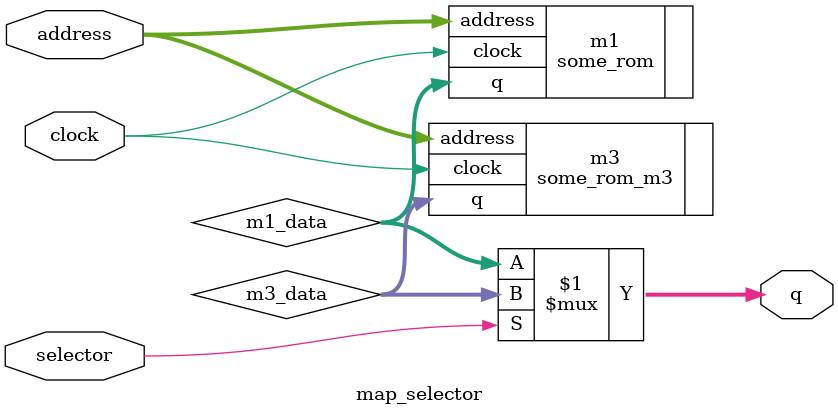
<source format=sv>
`timescale 1 ps / 1 ps

module map_selector (
    input logic clock,                 // Clock signal
    input logic [15:0] address,        // Address input to ROM modules
    output logic [23:0] q,             // Output pixel data
    input logic selector               // Selector to choose between ROM modules
);

    logic [23:0] m1_data, m3_data;     // Data from map ROM modules

    // ROM module instances
    some_rom m1 (
        .clock(clock),
        .address(address),
        .q(m1_data)
    );

    some_rom_m3 m3 (
        .clock(clock),
        .address(address),
        .q(m3_data)
    );

    // Output logic based on selector input
    assign q = (selector) ? m3_data : m1_data;

endmodule // map_selector

</source>
